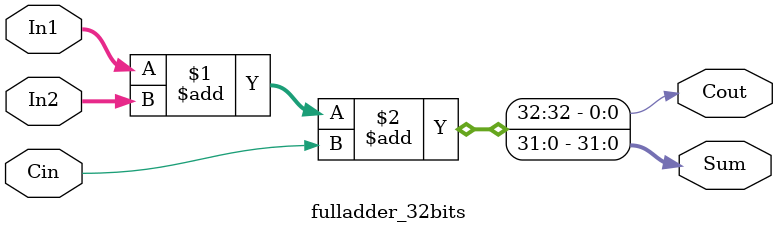
<source format=v>
module fulladder_32bits (In1,In2,Cin,Sum,Cout);
input [31:0] In1,In2;
input Cin;
output Cout;
output [31:0] Sum;
assign {Cout,Sum}=In1+In2+Cin;
endmodule
</source>
